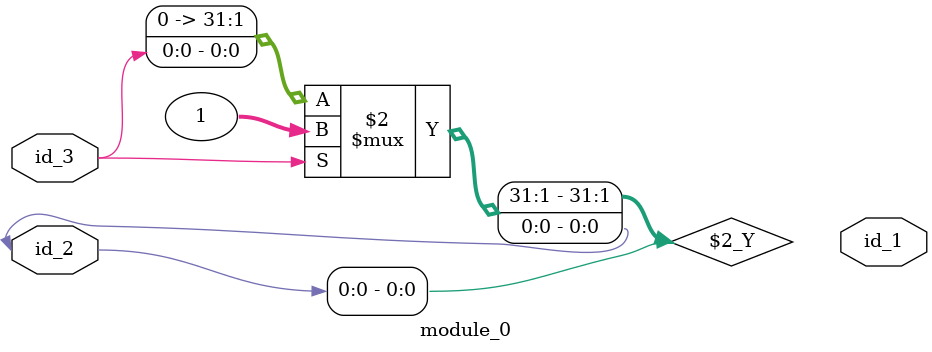
<source format=v>
module module_0 (
    id_1,
    id_2,
    id_3
);
  inout id_3;
  inout id_2;
  output id_1;
  assign id_2 = id_3 ? 1 : id_3;
endmodule

</source>
